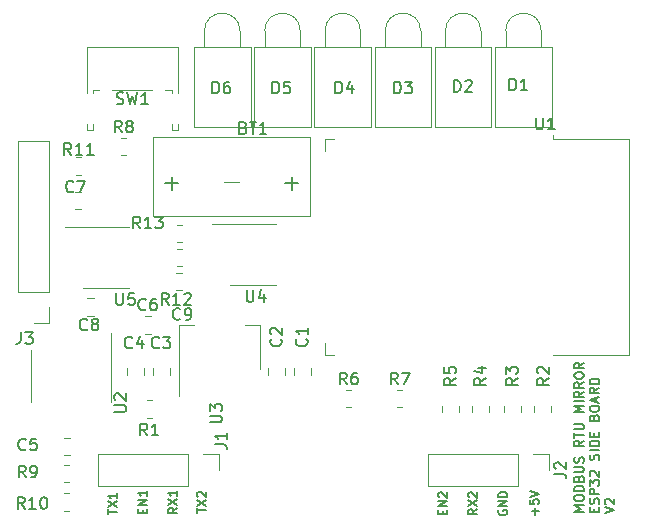
<source format=gbr>
%TF.GenerationSoftware,KiCad,Pcbnew,6.0.11-2627ca5db0~126~ubuntu20.04.1*%
%TF.CreationDate,2025-02-01T21:45:14-05:00*%
%TF.ProjectId,modbus_rtu_mirror_side_esp32_88x37x59mm,6d6f6462-7573-45f7-9274-755f6d697272,rev?*%
%TF.SameCoordinates,Original*%
%TF.FileFunction,Legend,Top*%
%TF.FilePolarity,Positive*%
%FSLAX46Y46*%
G04 Gerber Fmt 4.6, Leading zero omitted, Abs format (unit mm)*
G04 Created by KiCad (PCBNEW 6.0.11-2627ca5db0~126~ubuntu20.04.1) date 2025-02-01 21:45:14*
%MOMM*%
%LPD*%
G01*
G04 APERTURE LIST*
%ADD10C,0.187500*%
%ADD11C,0.200000*%
%ADD12C,0.150000*%
%ADD13C,0.120000*%
G04 APERTURE END LIST*
D10*
X143944571Y-139775285D02*
X143944571Y-139203857D01*
X144230285Y-139489571D02*
X143658857Y-139489571D01*
X143480285Y-138489571D02*
X143480285Y-138846714D01*
X143837428Y-138882428D01*
X143801714Y-138846714D01*
X143766000Y-138775285D01*
X143766000Y-138596714D01*
X143801714Y-138525285D01*
X143837428Y-138489571D01*
X143908857Y-138453857D01*
X144087428Y-138453857D01*
X144158857Y-138489571D01*
X144194571Y-138525285D01*
X144230285Y-138596714D01*
X144230285Y-138775285D01*
X144194571Y-138846714D01*
X144158857Y-138882428D01*
X143480285Y-138239571D02*
X144230285Y-137989571D01*
X143480285Y-137739571D01*
X136090428Y-139721714D02*
X136090428Y-139471714D01*
X136483285Y-139364571D02*
X136483285Y-139721714D01*
X135733285Y-139721714D01*
X135733285Y-139364571D01*
X136483285Y-139043142D02*
X135733285Y-139043142D01*
X136483285Y-138614571D01*
X135733285Y-138614571D01*
X135804714Y-138293142D02*
X135769000Y-138257428D01*
X135733285Y-138186000D01*
X135733285Y-138007428D01*
X135769000Y-137936000D01*
X135804714Y-137900285D01*
X135876142Y-137864571D01*
X135947571Y-137864571D01*
X136054714Y-137900285D01*
X136483285Y-138328857D01*
X136483285Y-137864571D01*
D11*
X148044904Y-139506523D02*
X147244904Y-139506523D01*
X147816333Y-139239857D01*
X147244904Y-138973190D01*
X148044904Y-138973190D01*
X147244904Y-138439857D02*
X147244904Y-138287476D01*
X147283000Y-138211285D01*
X147359190Y-138135095D01*
X147511571Y-138097000D01*
X147778238Y-138097000D01*
X147930619Y-138135095D01*
X148006809Y-138211285D01*
X148044904Y-138287476D01*
X148044904Y-138439857D01*
X148006809Y-138516047D01*
X147930619Y-138592238D01*
X147778238Y-138630333D01*
X147511571Y-138630333D01*
X147359190Y-138592238D01*
X147283000Y-138516047D01*
X147244904Y-138439857D01*
X148044904Y-137754142D02*
X147244904Y-137754142D01*
X147244904Y-137563666D01*
X147283000Y-137449380D01*
X147359190Y-137373190D01*
X147435380Y-137335095D01*
X147587761Y-137297000D01*
X147702047Y-137297000D01*
X147854428Y-137335095D01*
X147930619Y-137373190D01*
X148006809Y-137449380D01*
X148044904Y-137563666D01*
X148044904Y-137754142D01*
X147625857Y-136687476D02*
X147663952Y-136573190D01*
X147702047Y-136535095D01*
X147778238Y-136497000D01*
X147892523Y-136497000D01*
X147968714Y-136535095D01*
X148006809Y-136573190D01*
X148044904Y-136649380D01*
X148044904Y-136954142D01*
X147244904Y-136954142D01*
X147244904Y-136687476D01*
X147283000Y-136611285D01*
X147321095Y-136573190D01*
X147397285Y-136535095D01*
X147473476Y-136535095D01*
X147549666Y-136573190D01*
X147587761Y-136611285D01*
X147625857Y-136687476D01*
X147625857Y-136954142D01*
X147244904Y-136154142D02*
X147892523Y-136154142D01*
X147968714Y-136116047D01*
X148006809Y-136077952D01*
X148044904Y-136001761D01*
X148044904Y-135849380D01*
X148006809Y-135773190D01*
X147968714Y-135735095D01*
X147892523Y-135697000D01*
X147244904Y-135697000D01*
X148006809Y-135354142D02*
X148044904Y-135239857D01*
X148044904Y-135049380D01*
X148006809Y-134973190D01*
X147968714Y-134935095D01*
X147892523Y-134897000D01*
X147816333Y-134897000D01*
X147740142Y-134935095D01*
X147702047Y-134973190D01*
X147663952Y-135049380D01*
X147625857Y-135201761D01*
X147587761Y-135277952D01*
X147549666Y-135316047D01*
X147473476Y-135354142D01*
X147397285Y-135354142D01*
X147321095Y-135316047D01*
X147283000Y-135277952D01*
X147244904Y-135201761D01*
X147244904Y-135011285D01*
X147283000Y-134897000D01*
X148044904Y-133487476D02*
X147663952Y-133754142D01*
X148044904Y-133944619D02*
X147244904Y-133944619D01*
X147244904Y-133639857D01*
X147283000Y-133563666D01*
X147321095Y-133525571D01*
X147397285Y-133487476D01*
X147511571Y-133487476D01*
X147587761Y-133525571D01*
X147625857Y-133563666D01*
X147663952Y-133639857D01*
X147663952Y-133944619D01*
X147244904Y-133258904D02*
X147244904Y-132801761D01*
X148044904Y-133030333D02*
X147244904Y-133030333D01*
X147244904Y-132535095D02*
X147892523Y-132535095D01*
X147968714Y-132497000D01*
X148006809Y-132458904D01*
X148044904Y-132382714D01*
X148044904Y-132230333D01*
X148006809Y-132154142D01*
X147968714Y-132116047D01*
X147892523Y-132077952D01*
X147244904Y-132077952D01*
X148044904Y-131087476D02*
X147244904Y-131087476D01*
X147816333Y-130820809D01*
X147244904Y-130554142D01*
X148044904Y-130554142D01*
X148044904Y-130173190D02*
X147244904Y-130173190D01*
X148044904Y-129335095D02*
X147663952Y-129601761D01*
X148044904Y-129792238D02*
X147244904Y-129792238D01*
X147244904Y-129487476D01*
X147283000Y-129411285D01*
X147321095Y-129373190D01*
X147397285Y-129335095D01*
X147511571Y-129335095D01*
X147587761Y-129373190D01*
X147625857Y-129411285D01*
X147663952Y-129487476D01*
X147663952Y-129792238D01*
X148044904Y-128535095D02*
X147663952Y-128801761D01*
X148044904Y-128992238D02*
X147244904Y-128992238D01*
X147244904Y-128687476D01*
X147283000Y-128611285D01*
X147321095Y-128573190D01*
X147397285Y-128535095D01*
X147511571Y-128535095D01*
X147587761Y-128573190D01*
X147625857Y-128611285D01*
X147663952Y-128687476D01*
X147663952Y-128992238D01*
X147244904Y-128039857D02*
X147244904Y-127887476D01*
X147283000Y-127811285D01*
X147359190Y-127735095D01*
X147511571Y-127697000D01*
X147778238Y-127697000D01*
X147930619Y-127735095D01*
X148006809Y-127811285D01*
X148044904Y-127887476D01*
X148044904Y-128039857D01*
X148006809Y-128116047D01*
X147930619Y-128192238D01*
X147778238Y-128230333D01*
X147511571Y-128230333D01*
X147359190Y-128192238D01*
X147283000Y-128116047D01*
X147244904Y-128039857D01*
X148044904Y-126897000D02*
X147663952Y-127163666D01*
X148044904Y-127354142D02*
X147244904Y-127354142D01*
X147244904Y-127049380D01*
X147283000Y-126973190D01*
X147321095Y-126935095D01*
X147397285Y-126897000D01*
X147511571Y-126897000D01*
X147587761Y-126935095D01*
X147625857Y-126973190D01*
X147663952Y-127049380D01*
X147663952Y-127354142D01*
X148913857Y-139506523D02*
X148913857Y-139239857D01*
X149332904Y-139125571D02*
X149332904Y-139506523D01*
X148532904Y-139506523D01*
X148532904Y-139125571D01*
X149294809Y-138820809D02*
X149332904Y-138706523D01*
X149332904Y-138516047D01*
X149294809Y-138439857D01*
X149256714Y-138401761D01*
X149180523Y-138363666D01*
X149104333Y-138363666D01*
X149028142Y-138401761D01*
X148990047Y-138439857D01*
X148951952Y-138516047D01*
X148913857Y-138668428D01*
X148875761Y-138744619D01*
X148837666Y-138782714D01*
X148761476Y-138820809D01*
X148685285Y-138820809D01*
X148609095Y-138782714D01*
X148571000Y-138744619D01*
X148532904Y-138668428D01*
X148532904Y-138477952D01*
X148571000Y-138363666D01*
X149332904Y-138020809D02*
X148532904Y-138020809D01*
X148532904Y-137716047D01*
X148571000Y-137639857D01*
X148609095Y-137601761D01*
X148685285Y-137563666D01*
X148799571Y-137563666D01*
X148875761Y-137601761D01*
X148913857Y-137639857D01*
X148951952Y-137716047D01*
X148951952Y-138020809D01*
X148532904Y-137297000D02*
X148532904Y-136801761D01*
X148837666Y-137068428D01*
X148837666Y-136954142D01*
X148875761Y-136877952D01*
X148913857Y-136839857D01*
X148990047Y-136801761D01*
X149180523Y-136801761D01*
X149256714Y-136839857D01*
X149294809Y-136877952D01*
X149332904Y-136954142D01*
X149332904Y-137182714D01*
X149294809Y-137258904D01*
X149256714Y-137297000D01*
X148609095Y-136497000D02*
X148571000Y-136458904D01*
X148532904Y-136382714D01*
X148532904Y-136192238D01*
X148571000Y-136116047D01*
X148609095Y-136077952D01*
X148685285Y-136039857D01*
X148761476Y-136039857D01*
X148875761Y-136077952D01*
X149332904Y-136535095D01*
X149332904Y-136039857D01*
X149294809Y-135125571D02*
X149332904Y-135011285D01*
X149332904Y-134820809D01*
X149294809Y-134744619D01*
X149256714Y-134706523D01*
X149180523Y-134668428D01*
X149104333Y-134668428D01*
X149028142Y-134706523D01*
X148990047Y-134744619D01*
X148951952Y-134820809D01*
X148913857Y-134973190D01*
X148875761Y-135049380D01*
X148837666Y-135087476D01*
X148761476Y-135125571D01*
X148685285Y-135125571D01*
X148609095Y-135087476D01*
X148571000Y-135049380D01*
X148532904Y-134973190D01*
X148532904Y-134782714D01*
X148571000Y-134668428D01*
X149332904Y-134325571D02*
X148532904Y-134325571D01*
X149332904Y-133944619D02*
X148532904Y-133944619D01*
X148532904Y-133754142D01*
X148571000Y-133639857D01*
X148647190Y-133563666D01*
X148723380Y-133525571D01*
X148875761Y-133487476D01*
X148990047Y-133487476D01*
X149142428Y-133525571D01*
X149218619Y-133563666D01*
X149294809Y-133639857D01*
X149332904Y-133754142D01*
X149332904Y-133944619D01*
X148913857Y-133144619D02*
X148913857Y-132877952D01*
X149332904Y-132763666D02*
X149332904Y-133144619D01*
X148532904Y-133144619D01*
X148532904Y-132763666D01*
X148913857Y-131544619D02*
X148951952Y-131430333D01*
X148990047Y-131392238D01*
X149066238Y-131354142D01*
X149180523Y-131354142D01*
X149256714Y-131392238D01*
X149294809Y-131430333D01*
X149332904Y-131506523D01*
X149332904Y-131811285D01*
X148532904Y-131811285D01*
X148532904Y-131544619D01*
X148571000Y-131468428D01*
X148609095Y-131430333D01*
X148685285Y-131392238D01*
X148761476Y-131392238D01*
X148837666Y-131430333D01*
X148875761Y-131468428D01*
X148913857Y-131544619D01*
X148913857Y-131811285D01*
X148532904Y-130858904D02*
X148532904Y-130706523D01*
X148571000Y-130630333D01*
X148647190Y-130554142D01*
X148799571Y-130516047D01*
X149066238Y-130516047D01*
X149218619Y-130554142D01*
X149294809Y-130630333D01*
X149332904Y-130706523D01*
X149332904Y-130858904D01*
X149294809Y-130935095D01*
X149218619Y-131011285D01*
X149066238Y-131049380D01*
X148799571Y-131049380D01*
X148647190Y-131011285D01*
X148571000Y-130935095D01*
X148532904Y-130858904D01*
X149104333Y-130211285D02*
X149104333Y-129830333D01*
X149332904Y-130287476D02*
X148532904Y-130020809D01*
X149332904Y-129754142D01*
X149332904Y-129030333D02*
X148951952Y-129297000D01*
X149332904Y-129487476D02*
X148532904Y-129487476D01*
X148532904Y-129182714D01*
X148571000Y-129106523D01*
X148609095Y-129068428D01*
X148685285Y-129030333D01*
X148799571Y-129030333D01*
X148875761Y-129068428D01*
X148913857Y-129106523D01*
X148951952Y-129182714D01*
X148951952Y-129487476D01*
X149332904Y-128687476D02*
X148532904Y-128687476D01*
X148532904Y-128497000D01*
X148571000Y-128382714D01*
X148647190Y-128306523D01*
X148723380Y-128268428D01*
X148875761Y-128230333D01*
X148990047Y-128230333D01*
X149142428Y-128268428D01*
X149218619Y-128306523D01*
X149294809Y-128382714D01*
X149332904Y-128497000D01*
X149332904Y-128687476D01*
X149820904Y-139620809D02*
X150620904Y-139354142D01*
X149820904Y-139087476D01*
X149897095Y-138858904D02*
X149859000Y-138820809D01*
X149820904Y-138744619D01*
X149820904Y-138554142D01*
X149859000Y-138477952D01*
X149897095Y-138439857D01*
X149973285Y-138401761D01*
X150049476Y-138401761D01*
X150163761Y-138439857D01*
X150620904Y-138897000D01*
X150620904Y-138401761D01*
D10*
X115286285Y-139612571D02*
X115286285Y-139184000D01*
X116036285Y-139398285D02*
X115286285Y-139398285D01*
X115286285Y-139005428D02*
X116036285Y-138505428D01*
X115286285Y-138505428D02*
X116036285Y-139005428D01*
X115357714Y-138255428D02*
X115322000Y-138219714D01*
X115286285Y-138148285D01*
X115286285Y-137969714D01*
X115322000Y-137898285D01*
X115357714Y-137862571D01*
X115429142Y-137826857D01*
X115500571Y-137826857D01*
X115607714Y-137862571D01*
X116036285Y-138291142D01*
X116036285Y-137826857D01*
X139023285Y-139293142D02*
X138666142Y-139543142D01*
X139023285Y-139721714D02*
X138273285Y-139721714D01*
X138273285Y-139436000D01*
X138309000Y-139364571D01*
X138344714Y-139328857D01*
X138416142Y-139293142D01*
X138523285Y-139293142D01*
X138594714Y-139328857D01*
X138630428Y-139364571D01*
X138666142Y-139436000D01*
X138666142Y-139721714D01*
X138273285Y-139043142D02*
X139023285Y-138543142D01*
X138273285Y-138543142D02*
X139023285Y-139043142D01*
X138344714Y-138293142D02*
X138309000Y-138257428D01*
X138273285Y-138186000D01*
X138273285Y-138007428D01*
X138309000Y-137936000D01*
X138344714Y-137900285D01*
X138416142Y-137864571D01*
X138487571Y-137864571D01*
X138594714Y-137900285D01*
X139023285Y-138328857D01*
X139023285Y-137864571D01*
X113623285Y-139166142D02*
X113266142Y-139416142D01*
X113623285Y-139594714D02*
X112873285Y-139594714D01*
X112873285Y-139309000D01*
X112909000Y-139237571D01*
X112944714Y-139201857D01*
X113016142Y-139166142D01*
X113123285Y-139166142D01*
X113194714Y-139201857D01*
X113230428Y-139237571D01*
X113266142Y-139309000D01*
X113266142Y-139594714D01*
X112873285Y-138916142D02*
X113623285Y-138416142D01*
X112873285Y-138416142D02*
X113623285Y-138916142D01*
X113623285Y-137737571D02*
X113623285Y-138166142D01*
X113623285Y-137951857D02*
X112873285Y-137951857D01*
X112980428Y-138023285D01*
X113051857Y-138094714D01*
X113087571Y-138166142D01*
X110690428Y-139594714D02*
X110690428Y-139344714D01*
X111083285Y-139237571D02*
X111083285Y-139594714D01*
X110333285Y-139594714D01*
X110333285Y-139237571D01*
X111083285Y-138916142D02*
X110333285Y-138916142D01*
X111083285Y-138487571D01*
X110333285Y-138487571D01*
X111083285Y-137737571D02*
X111083285Y-138166142D01*
X111083285Y-137951857D02*
X110333285Y-137951857D01*
X110440428Y-138023285D01*
X110511857Y-138094714D01*
X110547571Y-138166142D01*
X140849000Y-139382428D02*
X140813285Y-139453857D01*
X140813285Y-139561000D01*
X140849000Y-139668142D01*
X140920428Y-139739571D01*
X140991857Y-139775285D01*
X141134714Y-139811000D01*
X141241857Y-139811000D01*
X141384714Y-139775285D01*
X141456142Y-139739571D01*
X141527571Y-139668142D01*
X141563285Y-139561000D01*
X141563285Y-139489571D01*
X141527571Y-139382428D01*
X141491857Y-139346714D01*
X141241857Y-139346714D01*
X141241857Y-139489571D01*
X141563285Y-139025285D02*
X140813285Y-139025285D01*
X141563285Y-138596714D01*
X140813285Y-138596714D01*
X141563285Y-138239571D02*
X140813285Y-138239571D01*
X140813285Y-138061000D01*
X140849000Y-137953857D01*
X140920428Y-137882428D01*
X140991857Y-137846714D01*
X141134714Y-137811000D01*
X141241857Y-137811000D01*
X141384714Y-137846714D01*
X141456142Y-137882428D01*
X141527571Y-137953857D01*
X141563285Y-138061000D01*
X141563285Y-138239571D01*
X107793285Y-139739571D02*
X107793285Y-139311000D01*
X108543285Y-139525285D02*
X107793285Y-139525285D01*
X107793285Y-139132428D02*
X108543285Y-138632428D01*
X107793285Y-138632428D02*
X108543285Y-139132428D01*
X108543285Y-137953857D02*
X108543285Y-138382428D01*
X108543285Y-138168142D02*
X107793285Y-138168142D01*
X107900428Y-138239571D01*
X107971857Y-138311000D01*
X108007571Y-138382428D01*
D12*
%TO.C,R10*%
X100703142Y-139263380D02*
X100369809Y-138787190D01*
X100131714Y-139263380D02*
X100131714Y-138263380D01*
X100512666Y-138263380D01*
X100607904Y-138311000D01*
X100655523Y-138358619D01*
X100703142Y-138453857D01*
X100703142Y-138596714D01*
X100655523Y-138691952D01*
X100607904Y-138739571D01*
X100512666Y-138787190D01*
X100131714Y-138787190D01*
X101655523Y-139263380D02*
X101084095Y-139263380D01*
X101369809Y-139263380D02*
X101369809Y-138263380D01*
X101274571Y-138406238D01*
X101179333Y-138501476D01*
X101084095Y-138549095D01*
X102274571Y-138263380D02*
X102369809Y-138263380D01*
X102465047Y-138311000D01*
X102512666Y-138358619D01*
X102560285Y-138453857D01*
X102607904Y-138644333D01*
X102607904Y-138882428D01*
X102560285Y-139072904D01*
X102512666Y-139168142D01*
X102465047Y-139215761D01*
X102369809Y-139263380D01*
X102274571Y-139263380D01*
X102179333Y-139215761D01*
X102131714Y-139168142D01*
X102084095Y-139072904D01*
X102036476Y-138882428D01*
X102036476Y-138644333D01*
X102084095Y-138453857D01*
X102131714Y-138358619D01*
X102179333Y-138311000D01*
X102274571Y-138263380D01*
%TO.C,R4*%
X139771380Y-128182666D02*
X139295190Y-128516000D01*
X139771380Y-128754095D02*
X138771380Y-128754095D01*
X138771380Y-128373142D01*
X138819000Y-128277904D01*
X138866619Y-128230285D01*
X138961857Y-128182666D01*
X139104714Y-128182666D01*
X139199952Y-128230285D01*
X139247571Y-128277904D01*
X139295190Y-128373142D01*
X139295190Y-128754095D01*
X139104714Y-127325523D02*
X139771380Y-127325523D01*
X138723761Y-127563619D02*
X139438047Y-127801714D01*
X139438047Y-127182666D01*
%TO.C,R11*%
X104640142Y-109291380D02*
X104306809Y-108815190D01*
X104068714Y-109291380D02*
X104068714Y-108291380D01*
X104449666Y-108291380D01*
X104544904Y-108339000D01*
X104592523Y-108386619D01*
X104640142Y-108481857D01*
X104640142Y-108624714D01*
X104592523Y-108719952D01*
X104544904Y-108767571D01*
X104449666Y-108815190D01*
X104068714Y-108815190D01*
X105592523Y-109291380D02*
X105021095Y-109291380D01*
X105306809Y-109291380D02*
X105306809Y-108291380D01*
X105211571Y-108434238D01*
X105116333Y-108529476D01*
X105021095Y-108577095D01*
X106544904Y-109291380D02*
X105973476Y-109291380D01*
X106259190Y-109291380D02*
X106259190Y-108291380D01*
X106163952Y-108434238D01*
X106068714Y-108529476D01*
X105973476Y-108577095D01*
%TO.C,C9*%
X113879333Y-123166142D02*
X113831714Y-123213761D01*
X113688857Y-123261380D01*
X113593619Y-123261380D01*
X113450761Y-123213761D01*
X113355523Y-123118523D01*
X113307904Y-123023285D01*
X113260285Y-122832809D01*
X113260285Y-122689952D01*
X113307904Y-122499476D01*
X113355523Y-122404238D01*
X113450761Y-122309000D01*
X113593619Y-122261380D01*
X113688857Y-122261380D01*
X113831714Y-122309000D01*
X113879333Y-122356619D01*
X114355523Y-123261380D02*
X114546000Y-123261380D01*
X114641238Y-123213761D01*
X114688857Y-123166142D01*
X114784095Y-123023285D01*
X114831714Y-122832809D01*
X114831714Y-122451857D01*
X114784095Y-122356619D01*
X114736476Y-122309000D01*
X114641238Y-122261380D01*
X114450761Y-122261380D01*
X114355523Y-122309000D01*
X114307904Y-122356619D01*
X114260285Y-122451857D01*
X114260285Y-122689952D01*
X114307904Y-122785190D01*
X114355523Y-122832809D01*
X114450761Y-122880428D01*
X114641238Y-122880428D01*
X114736476Y-122832809D01*
X114784095Y-122785190D01*
X114831714Y-122689952D01*
%TO.C,C6*%
X110958333Y-122375142D02*
X110910714Y-122422761D01*
X110767857Y-122470380D01*
X110672619Y-122470380D01*
X110529761Y-122422761D01*
X110434523Y-122327523D01*
X110386904Y-122232285D01*
X110339285Y-122041809D01*
X110339285Y-121898952D01*
X110386904Y-121708476D01*
X110434523Y-121613238D01*
X110529761Y-121518000D01*
X110672619Y-121470380D01*
X110767857Y-121470380D01*
X110910714Y-121518000D01*
X110958333Y-121565619D01*
X111815476Y-121470380D02*
X111625000Y-121470380D01*
X111529761Y-121518000D01*
X111482142Y-121565619D01*
X111386904Y-121708476D01*
X111339285Y-121898952D01*
X111339285Y-122279904D01*
X111386904Y-122375142D01*
X111434523Y-122422761D01*
X111529761Y-122470380D01*
X111720238Y-122470380D01*
X111815476Y-122422761D01*
X111863095Y-122375142D01*
X111910714Y-122279904D01*
X111910714Y-122041809D01*
X111863095Y-121946571D01*
X111815476Y-121898952D01*
X111720238Y-121851333D01*
X111529761Y-121851333D01*
X111434523Y-121898952D01*
X111386904Y-121946571D01*
X111339285Y-122041809D01*
%TO.C,R7*%
X132294333Y-128723380D02*
X131961000Y-128247190D01*
X131722904Y-128723380D02*
X131722904Y-127723380D01*
X132103857Y-127723380D01*
X132199095Y-127771000D01*
X132246714Y-127818619D01*
X132294333Y-127913857D01*
X132294333Y-128056714D01*
X132246714Y-128151952D01*
X132199095Y-128199571D01*
X132103857Y-128247190D01*
X131722904Y-128247190D01*
X132627666Y-127723380D02*
X133294333Y-127723380D01*
X132865761Y-128723380D01*
%TO.C,D2*%
X137056904Y-103957380D02*
X137056904Y-102957380D01*
X137295000Y-102957380D01*
X137437857Y-103005000D01*
X137533095Y-103100238D01*
X137580714Y-103195476D01*
X137628333Y-103385952D01*
X137628333Y-103528809D01*
X137580714Y-103719285D01*
X137533095Y-103814523D01*
X137437857Y-103909761D01*
X137295000Y-103957380D01*
X137056904Y-103957380D01*
X138009285Y-103052619D02*
X138056904Y-103005000D01*
X138152142Y-102957380D01*
X138390238Y-102957380D01*
X138485476Y-103005000D01*
X138533095Y-103052619D01*
X138580714Y-103147857D01*
X138580714Y-103243095D01*
X138533095Y-103385952D01*
X137961666Y-103957380D01*
X138580714Y-103957380D01*
%TO.C,C8*%
X106005333Y-124055142D02*
X105957714Y-124102761D01*
X105814857Y-124150380D01*
X105719619Y-124150380D01*
X105576761Y-124102761D01*
X105481523Y-124007523D01*
X105433904Y-123912285D01*
X105386285Y-123721809D01*
X105386285Y-123578952D01*
X105433904Y-123388476D01*
X105481523Y-123293238D01*
X105576761Y-123198000D01*
X105719619Y-123150380D01*
X105814857Y-123150380D01*
X105957714Y-123198000D01*
X106005333Y-123245619D01*
X106576761Y-123578952D02*
X106481523Y-123531333D01*
X106433904Y-123483714D01*
X106386285Y-123388476D01*
X106386285Y-123340857D01*
X106433904Y-123245619D01*
X106481523Y-123198000D01*
X106576761Y-123150380D01*
X106767238Y-123150380D01*
X106862476Y-123198000D01*
X106910095Y-123245619D01*
X106957714Y-123340857D01*
X106957714Y-123388476D01*
X106910095Y-123483714D01*
X106862476Y-123531333D01*
X106767238Y-123578952D01*
X106576761Y-123578952D01*
X106481523Y-123626571D01*
X106433904Y-123674190D01*
X106386285Y-123769428D01*
X106386285Y-123959904D01*
X106433904Y-124055142D01*
X106481523Y-124102761D01*
X106576761Y-124150380D01*
X106767238Y-124150380D01*
X106862476Y-124102761D01*
X106910095Y-124055142D01*
X106957714Y-123959904D01*
X106957714Y-123769428D01*
X106910095Y-123674190D01*
X106862476Y-123626571D01*
X106767238Y-123578952D01*
%TO.C,U5*%
X108458095Y-120991380D02*
X108458095Y-121800904D01*
X108505714Y-121896142D01*
X108553333Y-121943761D01*
X108648571Y-121991380D01*
X108839047Y-121991380D01*
X108934285Y-121943761D01*
X108981904Y-121896142D01*
X109029523Y-121800904D01*
X109029523Y-120991380D01*
X109981904Y-120991380D02*
X109505714Y-120991380D01*
X109458095Y-121467571D01*
X109505714Y-121419952D01*
X109600952Y-121372333D01*
X109839047Y-121372333D01*
X109934285Y-121419952D01*
X109981904Y-121467571D01*
X110029523Y-121562809D01*
X110029523Y-121800904D01*
X109981904Y-121896142D01*
X109934285Y-121943761D01*
X109839047Y-121991380D01*
X109600952Y-121991380D01*
X109505714Y-121943761D01*
X109458095Y-121896142D01*
%TO.C,BT1*%
X119229285Y-106989571D02*
X119372142Y-107037190D01*
X119419761Y-107084809D01*
X119467380Y-107180047D01*
X119467380Y-107322904D01*
X119419761Y-107418142D01*
X119372142Y-107465761D01*
X119276904Y-107513380D01*
X118895952Y-107513380D01*
X118895952Y-106513380D01*
X119229285Y-106513380D01*
X119324523Y-106561000D01*
X119372142Y-106608619D01*
X119419761Y-106703857D01*
X119419761Y-106799095D01*
X119372142Y-106894333D01*
X119324523Y-106941952D01*
X119229285Y-106989571D01*
X118895952Y-106989571D01*
X119753095Y-106513380D02*
X120324523Y-106513380D01*
X120038809Y-107513380D02*
X120038809Y-106513380D01*
X121181666Y-107513380D02*
X120610238Y-107513380D01*
X120895952Y-107513380D02*
X120895952Y-106513380D01*
X120800714Y-106656238D01*
X120705476Y-106751476D01*
X120610238Y-106799095D01*
X112585571Y-111712142D02*
X113728428Y-111712142D01*
X113157000Y-112283571D02*
X113157000Y-111140714D01*
X122745571Y-111712142D02*
X123888428Y-111712142D01*
X123317000Y-112283571D02*
X123317000Y-111140714D01*
%TO.C,R12*%
X112887890Y-121991380D02*
X112554557Y-121515190D01*
X112316462Y-121991380D02*
X112316462Y-120991380D01*
X112697414Y-120991380D01*
X112792652Y-121039000D01*
X112840271Y-121086619D01*
X112887890Y-121181857D01*
X112887890Y-121324714D01*
X112840271Y-121419952D01*
X112792652Y-121467571D01*
X112697414Y-121515190D01*
X112316462Y-121515190D01*
X113840271Y-121991380D02*
X113268843Y-121991380D01*
X113554557Y-121991380D02*
X113554557Y-120991380D01*
X113459319Y-121134238D01*
X113364081Y-121229476D01*
X113268843Y-121277095D01*
X114221224Y-121086619D02*
X114268843Y-121039000D01*
X114364081Y-120991380D01*
X114602176Y-120991380D01*
X114697414Y-121039000D01*
X114745033Y-121086619D01*
X114792652Y-121181857D01*
X114792652Y-121277095D01*
X114745033Y-121419952D01*
X114173605Y-121991380D01*
X114792652Y-121991380D01*
%TO.C,D1*%
X141755904Y-103830380D02*
X141755904Y-102830380D01*
X141994000Y-102830380D01*
X142136857Y-102878000D01*
X142232095Y-102973238D01*
X142279714Y-103068476D01*
X142327333Y-103258952D01*
X142327333Y-103401809D01*
X142279714Y-103592285D01*
X142232095Y-103687523D01*
X142136857Y-103782761D01*
X141994000Y-103830380D01*
X141755904Y-103830380D01*
X143279714Y-103830380D02*
X142708285Y-103830380D01*
X142994000Y-103830380D02*
X142994000Y-102830380D01*
X142898761Y-102973238D01*
X142803523Y-103068476D01*
X142708285Y-103116095D01*
%TO.C,R2*%
X145105380Y-128182666D02*
X144629190Y-128516000D01*
X145105380Y-128754095D02*
X144105380Y-128754095D01*
X144105380Y-128373142D01*
X144153000Y-128277904D01*
X144200619Y-128230285D01*
X144295857Y-128182666D01*
X144438714Y-128182666D01*
X144533952Y-128230285D01*
X144581571Y-128277904D01*
X144629190Y-128373142D01*
X144629190Y-128754095D01*
X144200619Y-127801714D02*
X144153000Y-127754095D01*
X144105380Y-127658857D01*
X144105380Y-127420761D01*
X144153000Y-127325523D01*
X144200619Y-127277904D01*
X144295857Y-127230285D01*
X144391095Y-127230285D01*
X144533952Y-127277904D01*
X145105380Y-127849333D01*
X145105380Y-127230285D01*
%TO.C,D3*%
X131994904Y-104084380D02*
X131994904Y-103084380D01*
X132233000Y-103084380D01*
X132375857Y-103132000D01*
X132471095Y-103227238D01*
X132518714Y-103322476D01*
X132566333Y-103512952D01*
X132566333Y-103655809D01*
X132518714Y-103846285D01*
X132471095Y-103941523D01*
X132375857Y-104036761D01*
X132233000Y-104084380D01*
X131994904Y-104084380D01*
X132899666Y-103084380D02*
X133518714Y-103084380D01*
X133185380Y-103465333D01*
X133328238Y-103465333D01*
X133423476Y-103512952D01*
X133471095Y-103560571D01*
X133518714Y-103655809D01*
X133518714Y-103893904D01*
X133471095Y-103989142D01*
X133423476Y-104036761D01*
X133328238Y-104084380D01*
X133042523Y-104084380D01*
X132947285Y-104036761D01*
X132899666Y-103989142D01*
%TO.C,R3*%
X142438380Y-128182666D02*
X141962190Y-128516000D01*
X142438380Y-128754095D02*
X141438380Y-128754095D01*
X141438380Y-128373142D01*
X141486000Y-128277904D01*
X141533619Y-128230285D01*
X141628857Y-128182666D01*
X141771714Y-128182666D01*
X141866952Y-128230285D01*
X141914571Y-128277904D01*
X141962190Y-128373142D01*
X141962190Y-128754095D01*
X141438380Y-127849333D02*
X141438380Y-127230285D01*
X141819333Y-127563619D01*
X141819333Y-127420761D01*
X141866952Y-127325523D01*
X141914571Y-127277904D01*
X142009809Y-127230285D01*
X142247904Y-127230285D01*
X142343142Y-127277904D01*
X142390761Y-127325523D01*
X142438380Y-127420761D01*
X142438380Y-127706476D01*
X142390761Y-127801714D01*
X142343142Y-127849333D01*
%TO.C,R6*%
X127976333Y-128723380D02*
X127643000Y-128247190D01*
X127404904Y-128723380D02*
X127404904Y-127723380D01*
X127785857Y-127723380D01*
X127881095Y-127771000D01*
X127928714Y-127818619D01*
X127976333Y-127913857D01*
X127976333Y-128056714D01*
X127928714Y-128151952D01*
X127881095Y-128199571D01*
X127785857Y-128247190D01*
X127404904Y-128247190D01*
X128833476Y-127723380D02*
X128643000Y-127723380D01*
X128547761Y-127771000D01*
X128500142Y-127818619D01*
X128404904Y-127961476D01*
X128357285Y-128151952D01*
X128357285Y-128532904D01*
X128404904Y-128628142D01*
X128452523Y-128675761D01*
X128547761Y-128723380D01*
X128738238Y-128723380D01*
X128833476Y-128675761D01*
X128881095Y-128628142D01*
X128928714Y-128532904D01*
X128928714Y-128294809D01*
X128881095Y-128199571D01*
X128833476Y-128151952D01*
X128738238Y-128104333D01*
X128547761Y-128104333D01*
X128452523Y-128151952D01*
X128404904Y-128199571D01*
X128357285Y-128294809D01*
%TO.C,J3*%
X100377666Y-124293380D02*
X100377666Y-125007666D01*
X100330047Y-125150523D01*
X100234809Y-125245761D01*
X100091952Y-125293380D01*
X99996714Y-125293380D01*
X100758619Y-124293380D02*
X101377666Y-124293380D01*
X101044333Y-124674333D01*
X101187190Y-124674333D01*
X101282428Y-124721952D01*
X101330047Y-124769571D01*
X101377666Y-124864809D01*
X101377666Y-125102904D01*
X101330047Y-125198142D01*
X101282428Y-125245761D01*
X101187190Y-125293380D01*
X100901476Y-125293380D01*
X100806238Y-125245761D01*
X100758619Y-125198142D01*
%TO.C,R8*%
X108926333Y-107387380D02*
X108593000Y-106911190D01*
X108354904Y-107387380D02*
X108354904Y-106387380D01*
X108735857Y-106387380D01*
X108831095Y-106435000D01*
X108878714Y-106482619D01*
X108926333Y-106577857D01*
X108926333Y-106720714D01*
X108878714Y-106815952D01*
X108831095Y-106863571D01*
X108735857Y-106911190D01*
X108354904Y-106911190D01*
X109497761Y-106815952D02*
X109402523Y-106768333D01*
X109354904Y-106720714D01*
X109307285Y-106625476D01*
X109307285Y-106577857D01*
X109354904Y-106482619D01*
X109402523Y-106435000D01*
X109497761Y-106387380D01*
X109688238Y-106387380D01*
X109783476Y-106435000D01*
X109831095Y-106482619D01*
X109878714Y-106577857D01*
X109878714Y-106625476D01*
X109831095Y-106720714D01*
X109783476Y-106768333D01*
X109688238Y-106815952D01*
X109497761Y-106815952D01*
X109402523Y-106863571D01*
X109354904Y-106911190D01*
X109307285Y-107006428D01*
X109307285Y-107196904D01*
X109354904Y-107292142D01*
X109402523Y-107339761D01*
X109497761Y-107387380D01*
X109688238Y-107387380D01*
X109783476Y-107339761D01*
X109831095Y-107292142D01*
X109878714Y-107196904D01*
X109878714Y-107006428D01*
X109831095Y-106911190D01*
X109783476Y-106863571D01*
X109688238Y-106815952D01*
%TO.C,U2*%
X108300380Y-131063904D02*
X109109904Y-131063904D01*
X109205142Y-131016285D01*
X109252761Y-130968666D01*
X109300380Y-130873428D01*
X109300380Y-130682952D01*
X109252761Y-130587714D01*
X109205142Y-130540095D01*
X109109904Y-130492476D01*
X108300380Y-130492476D01*
X108395619Y-130063904D02*
X108348000Y-130016285D01*
X108300380Y-129921047D01*
X108300380Y-129682952D01*
X108348000Y-129587714D01*
X108395619Y-129540095D01*
X108490857Y-129492476D01*
X108586095Y-129492476D01*
X108728952Y-129540095D01*
X109300380Y-130111523D01*
X109300380Y-129492476D01*
%TO.C,C2*%
X122404142Y-124880666D02*
X122451761Y-124928285D01*
X122499380Y-125071142D01*
X122499380Y-125166380D01*
X122451761Y-125309238D01*
X122356523Y-125404476D01*
X122261285Y-125452095D01*
X122070809Y-125499714D01*
X121927952Y-125499714D01*
X121737476Y-125452095D01*
X121642238Y-125404476D01*
X121547000Y-125309238D01*
X121499380Y-125166380D01*
X121499380Y-125071142D01*
X121547000Y-124928285D01*
X121594619Y-124880666D01*
X121594619Y-124499714D02*
X121547000Y-124452095D01*
X121499380Y-124356857D01*
X121499380Y-124118761D01*
X121547000Y-124023523D01*
X121594619Y-123975904D01*
X121689857Y-123928285D01*
X121785095Y-123928285D01*
X121927952Y-123975904D01*
X122499380Y-124547333D01*
X122499380Y-123928285D01*
%TO.C,R1*%
X111085333Y-133040380D02*
X110752000Y-132564190D01*
X110513904Y-133040380D02*
X110513904Y-132040380D01*
X110894857Y-132040380D01*
X110990095Y-132088000D01*
X111037714Y-132135619D01*
X111085333Y-132230857D01*
X111085333Y-132373714D01*
X111037714Y-132468952D01*
X110990095Y-132516571D01*
X110894857Y-132564190D01*
X110513904Y-132564190D01*
X112037714Y-133040380D02*
X111466285Y-133040380D01*
X111752000Y-133040380D02*
X111752000Y-132040380D01*
X111656761Y-132183238D01*
X111561523Y-132278476D01*
X111466285Y-132326095D01*
%TO.C,D4*%
X127023904Y-104084380D02*
X127023904Y-103084380D01*
X127262000Y-103084380D01*
X127404857Y-103132000D01*
X127500095Y-103227238D01*
X127547714Y-103322476D01*
X127595333Y-103512952D01*
X127595333Y-103655809D01*
X127547714Y-103846285D01*
X127500095Y-103941523D01*
X127404857Y-104036761D01*
X127262000Y-104084380D01*
X127023904Y-104084380D01*
X128452476Y-103417714D02*
X128452476Y-104084380D01*
X128214380Y-103036761D02*
X127976285Y-103751047D01*
X128595333Y-103751047D01*
%TO.C,C1*%
X124563142Y-124880666D02*
X124610761Y-124928285D01*
X124658380Y-125071142D01*
X124658380Y-125166380D01*
X124610761Y-125309238D01*
X124515523Y-125404476D01*
X124420285Y-125452095D01*
X124229809Y-125499714D01*
X124086952Y-125499714D01*
X123896476Y-125452095D01*
X123801238Y-125404476D01*
X123706000Y-125309238D01*
X123658380Y-125166380D01*
X123658380Y-125071142D01*
X123706000Y-124928285D01*
X123753619Y-124880666D01*
X124658380Y-123928285D02*
X124658380Y-124499714D01*
X124658380Y-124214000D02*
X123658380Y-124214000D01*
X123801238Y-124309238D01*
X123896476Y-124404476D01*
X123944095Y-124499714D01*
%TO.C,C4*%
X109815333Y-125579142D02*
X109767714Y-125626761D01*
X109624857Y-125674380D01*
X109529619Y-125674380D01*
X109386761Y-125626761D01*
X109291523Y-125531523D01*
X109243904Y-125436285D01*
X109196285Y-125245809D01*
X109196285Y-125102952D01*
X109243904Y-124912476D01*
X109291523Y-124817238D01*
X109386761Y-124722000D01*
X109529619Y-124674380D01*
X109624857Y-124674380D01*
X109767714Y-124722000D01*
X109815333Y-124769619D01*
X110672476Y-125007714D02*
X110672476Y-125674380D01*
X110434380Y-124626761D02*
X110196285Y-125341047D01*
X110815333Y-125341047D01*
%TO.C,U1*%
X144018095Y-106132380D02*
X144018095Y-106941904D01*
X144065714Y-107037142D01*
X144113333Y-107084761D01*
X144208571Y-107132380D01*
X144399047Y-107132380D01*
X144494285Y-107084761D01*
X144541904Y-107037142D01*
X144589523Y-106941904D01*
X144589523Y-106132380D01*
X145589523Y-107132380D02*
X145018095Y-107132380D01*
X145303809Y-107132380D02*
X145303809Y-106132380D01*
X145208571Y-106275238D01*
X145113333Y-106370476D01*
X145018095Y-106418095D01*
%TO.C,C5*%
X100798333Y-134215142D02*
X100750714Y-134262761D01*
X100607857Y-134310380D01*
X100512619Y-134310380D01*
X100369761Y-134262761D01*
X100274523Y-134167523D01*
X100226904Y-134072285D01*
X100179285Y-133881809D01*
X100179285Y-133738952D01*
X100226904Y-133548476D01*
X100274523Y-133453238D01*
X100369761Y-133358000D01*
X100512619Y-133310380D01*
X100607857Y-133310380D01*
X100750714Y-133358000D01*
X100798333Y-133405619D01*
X101703095Y-133310380D02*
X101226904Y-133310380D01*
X101179285Y-133786571D01*
X101226904Y-133738952D01*
X101322142Y-133691333D01*
X101560238Y-133691333D01*
X101655476Y-133738952D01*
X101703095Y-133786571D01*
X101750714Y-133881809D01*
X101750714Y-134119904D01*
X101703095Y-134215142D01*
X101655476Y-134262761D01*
X101560238Y-134310380D01*
X101322142Y-134310380D01*
X101226904Y-134262761D01*
X101179285Y-134215142D01*
%TO.C,J1*%
X116800380Y-133810333D02*
X117514666Y-133810333D01*
X117657523Y-133857952D01*
X117752761Y-133953190D01*
X117800380Y-134096047D01*
X117800380Y-134191285D01*
X117800380Y-132810333D02*
X117800380Y-133381761D01*
X117800380Y-133096047D02*
X116800380Y-133096047D01*
X116943238Y-133191285D01*
X117038476Y-133286523D01*
X117086095Y-133381761D01*
%TO.C,R9*%
X100798333Y-136596380D02*
X100465000Y-136120190D01*
X100226904Y-136596380D02*
X100226904Y-135596380D01*
X100607857Y-135596380D01*
X100703095Y-135644000D01*
X100750714Y-135691619D01*
X100798333Y-135786857D01*
X100798333Y-135929714D01*
X100750714Y-136024952D01*
X100703095Y-136072571D01*
X100607857Y-136120190D01*
X100226904Y-136120190D01*
X101274523Y-136596380D02*
X101465000Y-136596380D01*
X101560238Y-136548761D01*
X101607857Y-136501142D01*
X101703095Y-136358285D01*
X101750714Y-136167809D01*
X101750714Y-135786857D01*
X101703095Y-135691619D01*
X101655476Y-135644000D01*
X101560238Y-135596380D01*
X101369761Y-135596380D01*
X101274523Y-135644000D01*
X101226904Y-135691619D01*
X101179285Y-135786857D01*
X101179285Y-136024952D01*
X101226904Y-136120190D01*
X101274523Y-136167809D01*
X101369761Y-136215428D01*
X101560238Y-136215428D01*
X101655476Y-136167809D01*
X101703095Y-136120190D01*
X101750714Y-136024952D01*
%TO.C,R13*%
X110482142Y-115514380D02*
X110148809Y-115038190D01*
X109910714Y-115514380D02*
X109910714Y-114514380D01*
X110291666Y-114514380D01*
X110386904Y-114562000D01*
X110434523Y-114609619D01*
X110482142Y-114704857D01*
X110482142Y-114847714D01*
X110434523Y-114942952D01*
X110386904Y-114990571D01*
X110291666Y-115038190D01*
X109910714Y-115038190D01*
X111434523Y-115514380D02*
X110863095Y-115514380D01*
X111148809Y-115514380D02*
X111148809Y-114514380D01*
X111053571Y-114657238D01*
X110958333Y-114752476D01*
X110863095Y-114800095D01*
X111767857Y-114514380D02*
X112386904Y-114514380D01*
X112053571Y-114895333D01*
X112196428Y-114895333D01*
X112291666Y-114942952D01*
X112339285Y-114990571D01*
X112386904Y-115085809D01*
X112386904Y-115323904D01*
X112339285Y-115419142D01*
X112291666Y-115466761D01*
X112196428Y-115514380D01*
X111910714Y-115514380D01*
X111815476Y-115466761D01*
X111767857Y-115419142D01*
%TO.C,U4*%
X119507095Y-120737380D02*
X119507095Y-121546904D01*
X119554714Y-121642142D01*
X119602333Y-121689761D01*
X119697571Y-121737380D01*
X119888047Y-121737380D01*
X119983285Y-121689761D01*
X120030904Y-121642142D01*
X120078523Y-121546904D01*
X120078523Y-120737380D01*
X120983285Y-121070714D02*
X120983285Y-121737380D01*
X120745190Y-120689761D02*
X120507095Y-121404047D01*
X121126142Y-121404047D01*
%TO.C,D6*%
X116609904Y-104084380D02*
X116609904Y-103084380D01*
X116848000Y-103084380D01*
X116990857Y-103132000D01*
X117086095Y-103227238D01*
X117133714Y-103322476D01*
X117181333Y-103512952D01*
X117181333Y-103655809D01*
X117133714Y-103846285D01*
X117086095Y-103941523D01*
X116990857Y-104036761D01*
X116848000Y-104084380D01*
X116609904Y-104084380D01*
X118038476Y-103084380D02*
X117848000Y-103084380D01*
X117752761Y-103132000D01*
X117705142Y-103179619D01*
X117609904Y-103322476D01*
X117562285Y-103512952D01*
X117562285Y-103893904D01*
X117609904Y-103989142D01*
X117657523Y-104036761D01*
X117752761Y-104084380D01*
X117943238Y-104084380D01*
X118038476Y-104036761D01*
X118086095Y-103989142D01*
X118133714Y-103893904D01*
X118133714Y-103655809D01*
X118086095Y-103560571D01*
X118038476Y-103512952D01*
X117943238Y-103465333D01*
X117752761Y-103465333D01*
X117657523Y-103512952D01*
X117609904Y-103560571D01*
X117562285Y-103655809D01*
%TO.C,SW1*%
X108496666Y-104952261D02*
X108639523Y-104999880D01*
X108877619Y-104999880D01*
X108972857Y-104952261D01*
X109020476Y-104904642D01*
X109068095Y-104809404D01*
X109068095Y-104714166D01*
X109020476Y-104618928D01*
X108972857Y-104571309D01*
X108877619Y-104523690D01*
X108687142Y-104476071D01*
X108591904Y-104428452D01*
X108544285Y-104380833D01*
X108496666Y-104285595D01*
X108496666Y-104190357D01*
X108544285Y-104095119D01*
X108591904Y-104047500D01*
X108687142Y-103999880D01*
X108925238Y-103999880D01*
X109068095Y-104047500D01*
X109401428Y-103999880D02*
X109639523Y-104999880D01*
X109830000Y-104285595D01*
X110020476Y-104999880D01*
X110258571Y-103999880D01*
X111163333Y-104999880D02*
X110591904Y-104999880D01*
X110877619Y-104999880D02*
X110877619Y-103999880D01*
X110782380Y-104142738D01*
X110687142Y-104237976D01*
X110591904Y-104285595D01*
%TO.C,U3*%
X116419380Y-131952904D02*
X117228904Y-131952904D01*
X117324142Y-131905285D01*
X117371761Y-131857666D01*
X117419380Y-131762428D01*
X117419380Y-131571952D01*
X117371761Y-131476714D01*
X117324142Y-131429095D01*
X117228904Y-131381476D01*
X116419380Y-131381476D01*
X116419380Y-131000523D02*
X116419380Y-130381476D01*
X116800333Y-130714809D01*
X116800333Y-130571952D01*
X116847952Y-130476714D01*
X116895571Y-130429095D01*
X116990809Y-130381476D01*
X117228904Y-130381476D01*
X117324142Y-130429095D01*
X117371761Y-130476714D01*
X117419380Y-130571952D01*
X117419380Y-130857666D01*
X117371761Y-130952904D01*
X117324142Y-131000523D01*
%TO.C,J2*%
X145562380Y-136313333D02*
X146276666Y-136313333D01*
X146419523Y-136360952D01*
X146514761Y-136456190D01*
X146562380Y-136599047D01*
X146562380Y-136694285D01*
X145657619Y-135884761D02*
X145610000Y-135837142D01*
X145562380Y-135741904D01*
X145562380Y-135503809D01*
X145610000Y-135408571D01*
X145657619Y-135360952D01*
X145752857Y-135313333D01*
X145848095Y-135313333D01*
X145990952Y-135360952D01*
X146562380Y-135932380D01*
X146562380Y-135313333D01*
%TO.C,C3*%
X112101333Y-125579142D02*
X112053714Y-125626761D01*
X111910857Y-125674380D01*
X111815619Y-125674380D01*
X111672761Y-125626761D01*
X111577523Y-125531523D01*
X111529904Y-125436285D01*
X111482285Y-125245809D01*
X111482285Y-125102952D01*
X111529904Y-124912476D01*
X111577523Y-124817238D01*
X111672761Y-124722000D01*
X111815619Y-124674380D01*
X111910857Y-124674380D01*
X112053714Y-124722000D01*
X112101333Y-124769619D01*
X112434666Y-124674380D02*
X113053714Y-124674380D01*
X112720380Y-125055333D01*
X112863238Y-125055333D01*
X112958476Y-125102952D01*
X113006095Y-125150571D01*
X113053714Y-125245809D01*
X113053714Y-125483904D01*
X113006095Y-125579142D01*
X112958476Y-125626761D01*
X112863238Y-125674380D01*
X112577523Y-125674380D01*
X112482285Y-125626761D01*
X112434666Y-125579142D01*
%TO.C,D5*%
X121689904Y-104084380D02*
X121689904Y-103084380D01*
X121928000Y-103084380D01*
X122070857Y-103132000D01*
X122166095Y-103227238D01*
X122213714Y-103322476D01*
X122261333Y-103512952D01*
X122261333Y-103655809D01*
X122213714Y-103846285D01*
X122166095Y-103941523D01*
X122070857Y-104036761D01*
X121928000Y-104084380D01*
X121689904Y-104084380D01*
X123166095Y-103084380D02*
X122689904Y-103084380D01*
X122642285Y-103560571D01*
X122689904Y-103512952D01*
X122785142Y-103465333D01*
X123023238Y-103465333D01*
X123118476Y-103512952D01*
X123166095Y-103560571D01*
X123213714Y-103655809D01*
X123213714Y-103893904D01*
X123166095Y-103989142D01*
X123118476Y-104036761D01*
X123023238Y-104084380D01*
X122785142Y-104084380D01*
X122689904Y-104036761D01*
X122642285Y-103989142D01*
%TO.C,C7*%
X104831833Y-112371142D02*
X104784214Y-112418761D01*
X104641357Y-112466380D01*
X104546119Y-112466380D01*
X104403261Y-112418761D01*
X104308023Y-112323523D01*
X104260404Y-112228285D01*
X104212785Y-112037809D01*
X104212785Y-111894952D01*
X104260404Y-111704476D01*
X104308023Y-111609238D01*
X104403261Y-111514000D01*
X104546119Y-111466380D01*
X104641357Y-111466380D01*
X104784214Y-111514000D01*
X104831833Y-111561619D01*
X105165166Y-111466380D02*
X105831833Y-111466380D01*
X105403261Y-112466380D01*
%TO.C,R5*%
X137231380Y-128182666D02*
X136755190Y-128516000D01*
X137231380Y-128754095D02*
X136231380Y-128754095D01*
X136231380Y-128373142D01*
X136279000Y-128277904D01*
X136326619Y-128230285D01*
X136421857Y-128182666D01*
X136564714Y-128182666D01*
X136659952Y-128230285D01*
X136707571Y-128277904D01*
X136755190Y-128373142D01*
X136755190Y-128754095D01*
X136231380Y-127277904D02*
X136231380Y-127754095D01*
X136707571Y-127801714D01*
X136659952Y-127754095D01*
X136612333Y-127658857D01*
X136612333Y-127420761D01*
X136659952Y-127325523D01*
X136707571Y-127277904D01*
X136802809Y-127230285D01*
X137040904Y-127230285D01*
X137136142Y-127277904D01*
X137183761Y-127325523D01*
X137231380Y-127420761D01*
X137231380Y-127658857D01*
X137183761Y-127754095D01*
X137136142Y-127801714D01*
D13*
%TO.C,R10*%
X104039936Y-139419000D02*
X104494064Y-139419000D01*
X104039936Y-137949000D02*
X104494064Y-137949000D01*
%TO.C,R4*%
X140054000Y-131037064D02*
X140054000Y-130582936D01*
X138584000Y-131037064D02*
X138584000Y-130582936D01*
%TO.C,R11*%
X105055936Y-110971000D02*
X105510064Y-110971000D01*
X105055936Y-109501000D02*
X105510064Y-109501000D01*
%TO.C,C9*%
X113530748Y-119280000D02*
X114053252Y-119280000D01*
X113530748Y-120750000D02*
X114053252Y-120750000D01*
%TO.C,C6*%
X110863748Y-124433000D02*
X111386252Y-124433000D01*
X110863748Y-122963000D02*
X111386252Y-122963000D01*
%TO.C,R7*%
X132233936Y-130656000D02*
X132688064Y-130656000D01*
X132233936Y-129186000D02*
X132688064Y-129186000D01*
%TO.C,D2*%
X139333000Y-100150000D02*
X139333000Y-98800000D01*
X135433000Y-100150000D02*
X135433000Y-106950000D01*
X140233000Y-100150000D02*
X140233000Y-106950000D01*
X136333000Y-100150000D02*
X136333000Y-98800000D01*
X140233000Y-106950000D02*
X135433000Y-106950000D01*
X140233000Y-100150000D02*
X135433000Y-100150000D01*
X139333000Y-98800000D02*
G75*
G03*
X136333000Y-98800000I-1500000J0D01*
G01*
%TO.C,C8*%
X106016248Y-122909000D02*
X106538752Y-122909000D01*
X106016248Y-121439000D02*
X106538752Y-121439000D01*
%TO.C,U5*%
X107569000Y-115423000D02*
X109519000Y-115423000D01*
X107569000Y-120543000D02*
X109519000Y-120543000D01*
X107569000Y-120543000D02*
X105619000Y-120543000D01*
X107569000Y-115423000D02*
X104119000Y-115423000D01*
%TO.C,BT1*%
X118872000Y-111605000D02*
X117602000Y-111605000D01*
X124897000Y-107815000D02*
X111577000Y-107815000D01*
X124897000Y-114435000D02*
X111577000Y-114435000D01*
X111577000Y-114435000D02*
X111577000Y-107815000D01*
X124897000Y-114435000D02*
X124897000Y-107815000D01*
%TO.C,R12*%
X113564936Y-117248000D02*
X114019064Y-117248000D01*
X113564936Y-118718000D02*
X114019064Y-118718000D01*
%TO.C,D1*%
X145333000Y-106950000D02*
X140533000Y-106950000D01*
X141433000Y-100150000D02*
X141433000Y-98800000D01*
X140533000Y-100150000D02*
X140533000Y-106950000D01*
X145333000Y-100150000D02*
X145333000Y-106950000D01*
X144433000Y-100150000D02*
X144433000Y-98800000D01*
X145333000Y-100150000D02*
X140533000Y-100150000D01*
X144433000Y-98800000D02*
G75*
G03*
X141433000Y-98800000I-1500000J0D01*
G01*
%TO.C,R2*%
X143791000Y-131037064D02*
X143791000Y-130582936D01*
X145261000Y-131037064D02*
X145261000Y-130582936D01*
%TO.C,D3*%
X135133000Y-100150000D02*
X130333000Y-100150000D01*
X130333000Y-100150000D02*
X130333000Y-106950000D01*
X135133000Y-100150000D02*
X135133000Y-106950000D01*
X131233000Y-100150000D02*
X131233000Y-98800000D01*
X135133000Y-106950000D02*
X130333000Y-106950000D01*
X134233000Y-100150000D02*
X134233000Y-98800000D01*
X134233000Y-98800000D02*
G75*
G03*
X131233000Y-98800000I-1500000J0D01*
G01*
%TO.C,R3*%
X141251000Y-131037064D02*
X141251000Y-130582936D01*
X142721000Y-131037064D02*
X142721000Y-130582936D01*
%TO.C,R6*%
X127915936Y-129186000D02*
X128370064Y-129186000D01*
X127915936Y-130656000D02*
X128370064Y-130656000D01*
%TO.C,J3*%
X102803000Y-120904000D02*
X102803000Y-108144000D01*
X102803000Y-120904000D02*
X100143000Y-120904000D01*
X100143000Y-120904000D02*
X100143000Y-108144000D01*
X102803000Y-122174000D02*
X102803000Y-123504000D01*
X102803000Y-123504000D02*
X101473000Y-123504000D01*
X102803000Y-108144000D02*
X100143000Y-108144000D01*
%TO.C,R8*%
X108865936Y-107850000D02*
X109320064Y-107850000D01*
X108865936Y-109320000D02*
X109320064Y-109320000D01*
%TO.C,U2*%
X108033000Y-128016000D02*
X108033000Y-130216000D01*
X101263000Y-128016000D02*
X101263000Y-130216000D01*
X108033000Y-128016000D02*
X108033000Y-124416000D01*
X101263000Y-128016000D02*
X101263000Y-125816000D01*
%TO.C,C2*%
X121312000Y-127373748D02*
X121312000Y-127896252D01*
X122782000Y-127373748D02*
X122782000Y-127896252D01*
%TO.C,R1*%
X111024936Y-130075000D02*
X111479064Y-130075000D01*
X111024936Y-131545000D02*
X111479064Y-131545000D01*
%TO.C,D4*%
X126133000Y-100150000D02*
X126133000Y-98800000D01*
X130033000Y-106950000D02*
X125233000Y-106950000D01*
X130033000Y-100150000D02*
X125233000Y-100150000D01*
X129133000Y-100150000D02*
X129133000Y-98800000D01*
X125233000Y-100150000D02*
X125233000Y-106950000D01*
X130033000Y-100150000D02*
X130033000Y-106950000D01*
X129133000Y-98800000D02*
G75*
G03*
X126133000Y-98800000I-1500000J0D01*
G01*
%TO.C,C1*%
X124941000Y-127373748D02*
X124941000Y-127896252D01*
X123471000Y-127373748D02*
X123471000Y-127896252D01*
%TO.C,C4*%
X110844000Y-127373748D02*
X110844000Y-127896252D01*
X109374000Y-127373748D02*
X109374000Y-127896252D01*
%TO.C,U1*%
X145462000Y-107974000D02*
X145462000Y-107594000D01*
X126917000Y-107974000D02*
X126137000Y-107974000D01*
X151877000Y-126214000D02*
X145462000Y-126214000D01*
X126137000Y-107974000D02*
X126137000Y-108974000D01*
X126137000Y-126214000D02*
X126137000Y-125214000D01*
X151877000Y-107974000D02*
X151877000Y-126214000D01*
X126917000Y-126214000D02*
X126137000Y-126214000D01*
X151877000Y-107974000D02*
X145462000Y-107974000D01*
%TO.C,C5*%
X104005748Y-134720000D02*
X104528252Y-134720000D01*
X104005748Y-133250000D02*
X104528252Y-133250000D01*
%TO.C,J1*%
X117170000Y-134650000D02*
X117170000Y-135980000D01*
X106890000Y-134650000D02*
X106890000Y-137310000D01*
X114570000Y-137310000D02*
X106890000Y-137310000D01*
X114570000Y-134650000D02*
X106890000Y-134650000D01*
X114570000Y-134650000D02*
X114570000Y-137310000D01*
X115840000Y-134650000D02*
X117170000Y-134650000D01*
%TO.C,R9*%
X104478064Y-135536000D02*
X104023936Y-135536000D01*
X104478064Y-137006000D02*
X104023936Y-137006000D01*
%TO.C,R13*%
X113564936Y-116686000D02*
X114019064Y-116686000D01*
X113564936Y-115216000D02*
X114019064Y-115216000D01*
%TO.C,U4*%
X120015000Y-120289000D02*
X121965000Y-120289000D01*
X120015000Y-115169000D02*
X121965000Y-115169000D01*
X120015000Y-115169000D02*
X116565000Y-115169000D01*
X120015000Y-120289000D02*
X118065000Y-120289000D01*
%TO.C,D6*%
X115033000Y-100150000D02*
X115033000Y-106950000D01*
X119833000Y-100150000D02*
X119833000Y-106950000D01*
X119833000Y-100150000D02*
X115033000Y-100150000D01*
X119833000Y-106950000D02*
X115033000Y-106950000D01*
X118933000Y-100150000D02*
X118933000Y-98800000D01*
X115933000Y-100150000D02*
X115933000Y-98800000D01*
X118933000Y-98800000D02*
G75*
G03*
X115933000Y-98800000I-1500000J0D01*
G01*
%TO.C,SW1*%
X106490000Y-103837500D02*
X107030000Y-103837500D01*
X113170000Y-107177500D02*
X113690000Y-107177500D01*
X105970000Y-100167500D02*
X113690000Y-100167500D01*
X106490000Y-106667500D02*
X106490000Y-107177500D01*
X113170000Y-106667500D02*
X113170000Y-107177500D01*
X113690000Y-100167500D02*
X113690000Y-104067500D01*
X105970000Y-107177500D02*
X106490000Y-107177500D01*
X112630000Y-103837500D02*
X113170000Y-103837500D01*
X113690000Y-106667500D02*
X113690000Y-107177500D01*
X108130000Y-103837500D02*
X111530000Y-103837500D01*
X105970000Y-100167500D02*
X105970000Y-104067500D01*
X113170000Y-103837500D02*
X113170000Y-104067500D01*
X105970000Y-106667500D02*
X105970000Y-107177500D01*
X106490000Y-103837500D02*
X106490000Y-104067500D01*
%TO.C,U3*%
X113811000Y-129703000D02*
X113811000Y-123693000D01*
X120631000Y-127453000D02*
X120631000Y-123693000D01*
X113811000Y-123693000D02*
X115071000Y-123693000D01*
X120631000Y-123693000D02*
X119371000Y-123693000D01*
%TO.C,J2*%
X142510000Y-137310000D02*
X134830000Y-137310000D01*
X145110000Y-134650000D02*
X145110000Y-135980000D01*
X142510000Y-134650000D02*
X142510000Y-137310000D01*
X134830000Y-134650000D02*
X134830000Y-137310000D01*
X142510000Y-134650000D02*
X134830000Y-134650000D01*
X143780000Y-134650000D02*
X145110000Y-134650000D01*
%TO.C,C3*%
X113003000Y-127373748D02*
X113003000Y-127896252D01*
X111533000Y-127373748D02*
X111533000Y-127896252D01*
%TO.C,D5*%
X121033000Y-100150000D02*
X121033000Y-98800000D01*
X120133000Y-100150000D02*
X120133000Y-106950000D01*
X124933000Y-100150000D02*
X120133000Y-100150000D01*
X124033000Y-100150000D02*
X124033000Y-98800000D01*
X124933000Y-106950000D02*
X120133000Y-106950000D01*
X124933000Y-100150000D02*
X124933000Y-106950000D01*
X124033000Y-98800000D02*
G75*
G03*
X121033000Y-98800000I-1500000J0D01*
G01*
%TO.C,C7*%
X104991248Y-112422000D02*
X105513752Y-112422000D01*
X104991248Y-113892000D02*
X105513752Y-113892000D01*
%TO.C,R5*%
X136044000Y-131037064D02*
X136044000Y-130582936D01*
X137514000Y-131037064D02*
X137514000Y-130582936D01*
%TD*%
M02*

</source>
